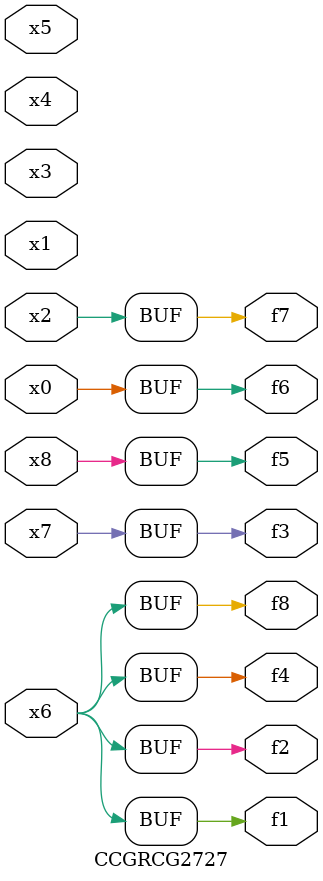
<source format=v>
module CCGRCG2727(
	input x0, x1, x2, x3, x4, x5, x6, x7, x8,
	output f1, f2, f3, f4, f5, f6, f7, f8
);
	assign f1 = x6;
	assign f2 = x6;
	assign f3 = x7;
	assign f4 = x6;
	assign f5 = x8;
	assign f6 = x0;
	assign f7 = x2;
	assign f8 = x6;
endmodule

</source>
